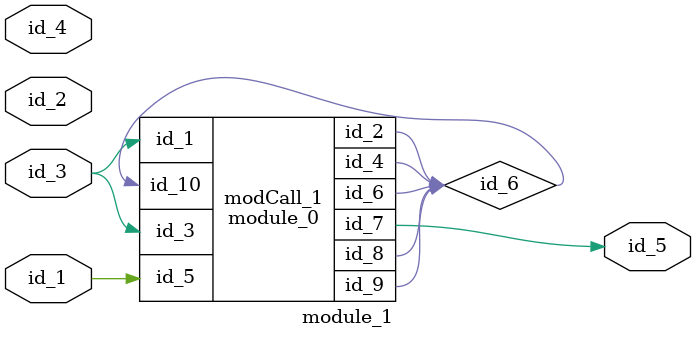
<source format=v>
module module_0 (
    id_1,
    id_2,
    id_3,
    id_4,
    id_5,
    id_6,
    id_7,
    id_8,
    id_9,
    id_10
);
  input wire id_10;
  inout wire id_9;
  inout wire id_8;
  output wire id_7;
  inout wire id_6;
  input wire id_5;
  inout wire id_4;
  input wire id_3;
  inout wire id_2;
  input wire id_1;
  assign id_2 = id_10;
endmodule
module module_1 (
    id_1,
    id_2,
    id_3,
    id_4,
    id_5
);
  output wire id_5;
  inout wire id_4;
  input wire id_3;
  input wire id_2;
  input wire id_1;
  wire id_6;
  module_0 modCall_1 (
      id_3,
      id_6,
      id_3,
      id_6,
      id_1,
      id_6,
      id_5,
      id_6,
      id_6,
      id_6
  );
  initial id_4[1] = id_2;
endmodule

</source>
